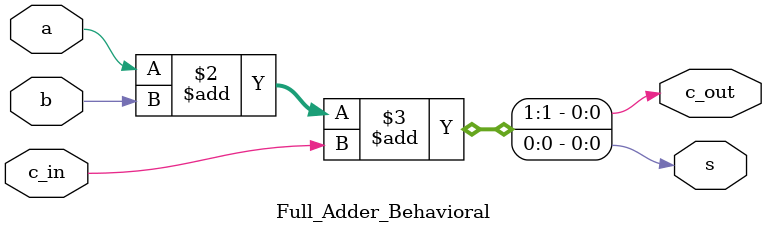
<source format=v>
`timescale 1ns / 1ps


module Full_Adder_Behavioral(
    c_out,      // carry out
    s,          // sum
    a,          // a
    b,          // b
    c_in        // carry in
    );
    
    output reg c_out;
    output reg s;
    input a;
    input b;
    input c_in;
    
    always@(*)
    begin
        {c_out, s} = a + b + c_in;
//        case({a, b, c_in})
//            3'b000:
//                begin
//                    c_out = 1'b0;
//                    s = 1'b0;
//                end
                
//            3'b010: 
//                begin
//                    c_out = 1'b0;
//                    s = 1'b1;
//                end
                
//            3'b100: 
//                begin
//                    c_out = 1'b0;
//                    s = 1'b1;
//                end
                
//            3'b110: 
//                begin
//                    c_out = 1'b1;
//                    s = 1'b0;
//                end
                
//            3'b001: 
//                begin
//                    c_out = 1'b0;
//                    s = 1'b1;
//                end
                
//            3'b011: 
//                begin
//                    c_out = 1'b1;
//                    s = 1'b0;
//                end
                
//            3'b101: 
//                begin
//                    c_out = 1'b1;
//                    s = 1'b0;
//                end
                
//            3'b111: 
//                begin
//                    c_out = 1'b1;
//                    s = 1'b1;
//                end    
//        endcase
    end
endmodule

</source>
